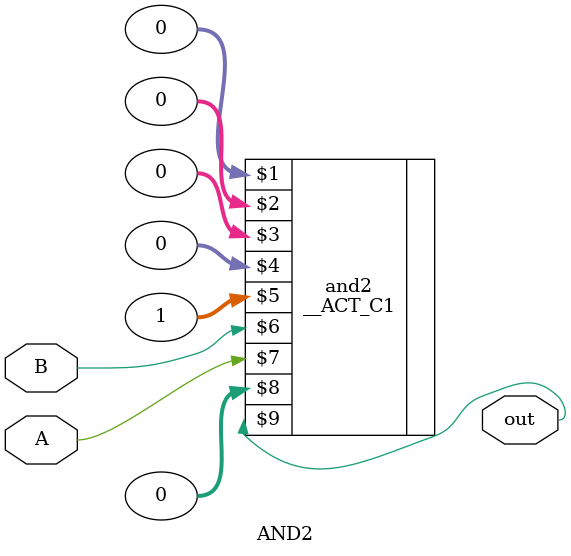
<source format=v>
module AND2 (
    input A, B,

    output out
);

    __ACT_C1 and2(0, 0, 0, 0, 1, B, A, 0, out);

endmodule
</source>
